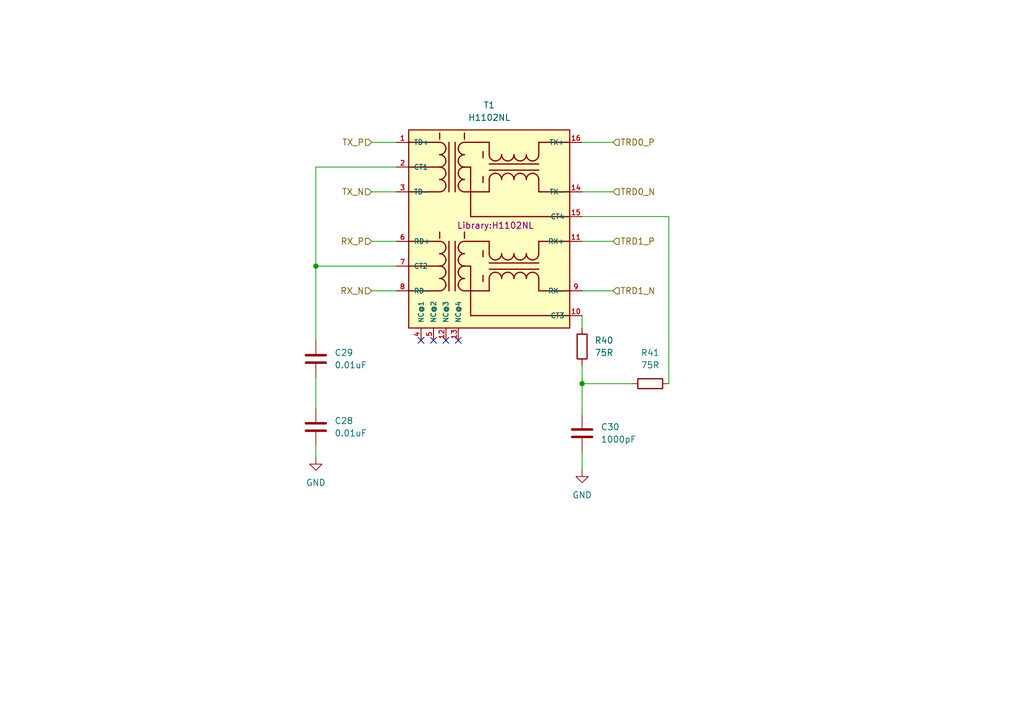
<source format=kicad_sch>
(kicad_sch (version 20231120) (generator "eeschema") (generator_version "8.0")
  (paper "A5")
  (lib_symbols
    (symbol "Device:C" (pin_numbers hide) (pin_names (offset 0.254))
      (property "Reference" "C" (at 0.635 2.54 0))
      (property "Value" "C" (at 0.635 -2.54 0))
      (symbol "C_0_1"
        (polyline (pts (xy -2.032 -0.762) (xy 2.032 -0.762)) (stroke (width 0.508)))
        (polyline (pts (xy -2.032 0.762) (xy 2.032 0.762)) (stroke (width 0.508)))
      )
      (symbol "C_1_1"
        (pin passive line (at 0 3.81 270) (length 2.794) (name "~") (number "1"))
        (pin passive line (at 0 -3.81 90) (length 2.794) (name "~") (number "2"))
      )
    )
    (symbol "Device:R" (pin_numbers hide) (pin_names (offset 0))
      (property "Reference" "R" (at 2.032 0 90))
      (property "Value" "R" (at 0 0 90))
      (symbol "R_0_1"
        (rectangle (start -1.016 -2.54) (end 1.016 2.54) (stroke (width 0.254)))
      )
      (symbol "R_1_1"
        (pin passive line (at 0 3.81 270) (length 1.27) (name "~") (number "1"))
        (pin passive line (at 0 -3.81 90) (length 1.27) (name "~") (number "2"))
      )
    )
    (symbol "H1102NL:H1102NL" (pin_names (offset 1.016))
      (property "Reference" "T" (at -17.78 20.32 0))
      (property "Value" "H1102NL" (at -2.54 -22.86 0))
      (symbol "H1102NL_0_0"
        (rectangle (start -17.78 -20.32) (end 15.24 20.32) (stroke (width 0.254)) (fill (type background)))
        (arc (start -11.43 -12.7) (mid -10.532 -12.328) (end -10.16 -11.43) (stroke (width 0.254)))
        (arc (start -11.43 -10.16) (mid -10.532 -9.788) (end -10.16 -8.89) (stroke (width 0.254)))
        (arc (start -11.43 -7.62) (mid -10.532 -7.248) (end -10.16 -6.35) (stroke (width 0.254)))
        (arc (start -11.43 -5.08) (mid -10.532 -4.708) (end -10.16 -3.81) (stroke (width 0.254)))
        (arc (start -11.43 7.62) (mid -10.532 7.992) (end -10.16 8.89) (stroke (width 0.254)))
        (arc (start -11.43 10.16) (mid -10.532 10.532) (end -10.16 11.43) (stroke (width 0.254)))
        (arc (start -11.43 12.7) (mid -10.532 13.072) (end -10.16 13.97) (stroke (width 0.254)))
        (arc (start -11.43 15.24) (mid -10.532 15.612) (end -10.16 16.51) (stroke (width 0.254)))
        (arc (start -10.16 -11.43) (mid -10.532 -10.532) (end -11.43 -10.16) (stroke (width 0.254)))
        (arc (start -10.16 -8.89) (mid -10.532 -7.992) (end -11.43 -7.62) (stroke (width 0.254)))
        (arc (start -10.16 -6.35) (mid -10.532 -5.452) (end -11.43 -5.08) (stroke (width 0.254)))
        (arc (start -10.16 -3.81) (mid -10.532 -2.912) (end -11.43 -2.54) (stroke (width 0.254)))
        (arc (start -10.16 8.89) (mid -10.532 9.788) (end -11.43 10.16) (stroke (width 0.254)))
        (arc (start -10.16 11.43) (mid -10.532 12.328) (end -11.43 12.7) (stroke (width 0.254)))
        (arc (start -10.16 13.97) (mid -10.532 14.868) (end -11.43 15.24) (stroke (width 0.254)))
        (arc (start -10.16 16.51) (mid -10.532 17.408) (end -11.43 17.78) (stroke (width 0.254)))
        (arc (start -7.62 -11.43) (mid -7.248 -12.328) (end -6.35 -12.7) (stroke (width 0.254)))
        (arc (start -7.62 -8.89) (mid -7.248 -9.788) (end -6.35 -10.16) (stroke (width 0.254)))
        (arc (start -7.62 -6.35) (mid -7.248 -7.248) (end -6.35 -7.62) (stroke (width 0.254)))
        (arc (start -7.62 -3.81) (mid -7.248 -4.708) (end -6.35 -5.08) (stroke (width 0.254)))
        (arc (start -7.62 8.89) (mid -7.248 7.992) (end -6.35 7.62) (stroke (width 0.254)))
        (arc (start -7.62 11.43) (mid -7.248 10.532) (end -6.35 10.16) (stroke (width 0.254)))
        (arc (start -7.62 13.97) (mid -7.248 13.072) (end -6.35 12.7) (stroke (width 0.254)))
        (arc (start -7.62 16.51) (mid -7.248 15.612) (end -6.35 15.24) (stroke (width 0.254)))
        (arc (start -6.35 -10.16) (mid -7.248 -10.532) (end -7.62 -11.43) (stroke (width 0.254)))
        (arc (start -6.35 -7.62) (mid -7.248 -7.992) (end -7.62 -8.89) (stroke (width 0.254)))
        (arc (start -6.35 -5.08) (mid -7.248 -5.452) (end -7.62 -6.35) (stroke (width 0.254)))
        (arc (start -6.35 -2.54) (mid -7.248 -2.912) (end -7.62 -3.81) (stroke (width 0.254)))
        (arc (start -6.35 10.16) (mid -7.248 9.788) (end -7.62 8.89) (stroke (width 0.254)))
        (arc (start -6.35 12.7) (mid -7.248 12.328) (end -7.62 11.43) (stroke (width 0.254)))
        (arc (start -6.35 15.24) (mid -7.248 14.868) (end -7.62 13.97) (stroke (width 0.254)))
        (arc (start -6.35 17.78) (mid -7.248 17.408) (end -7.62 16.51) (stroke (width 0.254)))
        (arc (start -1.27 -5.08) (mid -0.898 -5.978) (end 0 -6.35) (stroke (width 0.254)))
        (arc (start -1.27 15.24) (mid -0.898 14.342) (end 0 13.97) (stroke (width 0.254)))
        (arc (start 0 -8.89) (mid -0.898 -9.262) (end -1.27 -10.16) (stroke (width 0.254)))
        (arc (start 0 -6.35) (mid 0.898 -5.978) (end 1.27 -5.08) (stroke (width 0.254)))
        (polyline (pts (xy -17.78 -2.54) (xy -11.43 -2.54)) (stroke (width 0.254)))
        (polyline (pts (xy -17.78 17.78) (xy -11.43 17.78)) (stroke (width 0.254)))
        (polyline (pts (xy -11.43 -12.7) (xy -17.78 -12.7)) (stroke (width 0.254)))
        (polyline (pts (xy -11.43 -7.62) (xy -17.78 -7.62)) (stroke (width 0.254)))
        (polyline (pts (xy -11.43 7.62) (xy -17.78 7.62)) (stroke (width 0.254)))
        (polyline (pts (xy -11.43 12.7) (xy -17.78 12.7)) (stroke (width 0.254)))
        (polyline (pts (xy -9.525 -2.54) (xy -9.525 -12.7)) (stroke (width 0.254)))
        (polyline (pts (xy -9.525 17.78) (xy -9.525 7.62)) (stroke (width 0.254)))
        (polyline (pts (xy -8.255 -2.54) (xy -8.255 -12.7)) (stroke (width 0.254)))
        (polyline (pts (xy -8.255 17.78) (xy -8.255 7.62)) (stroke (width 0.254)))
        (polyline (pts (xy -6.35 -7.62) (xy -5.08 -7.62)) (stroke (width 0.254)))
        (polyline (pts (xy -6.35 -2.54) (xy -1.27 -2.54)) (stroke (width 0.254)))
        (polyline (pts (xy -6.35 12.7) (xy -5.08 12.7)) (stroke (width 0.254)))
        (polyline (pts (xy -6.35 17.78) (xy -1.27 17.78)) (stroke (width 0.254)))
        (polyline (pts (xy -5.08 -17.78) (xy 15.24 -17.78)) (stroke (width 0.254)))
        (polyline (pts (xy -5.08 -7.62) (xy -5.08 -17.78)) (stroke (width 0.254)))
        (polyline (pts (xy -5.08 2.54) (xy 15.24 2.54)) (stroke (width 0.254)))
        (polyline (pts (xy -5.08 12.7) (xy -5.08 2.54)) (stroke (width 0.254)))
        (polyline (pts (xy -1.27 -12.7) (xy -6.35 -12.7)) (stroke (width 0.254)))
        (polyline (pts (xy -1.27 -12.7) (xy -1.27 -10.16)) (stroke (width 0.254)))
        (polyline (pts (xy -1.27 -8.255) (xy 8.89 -8.255)) (stroke (width 0.254)))
        (polyline (pts (xy -1.27 -6.985) (xy 8.89 -6.985)) (stroke (width 0.254)))
        (polyline (pts (xy -1.27 -2.54) (xy -1.27 -5.08)) (stroke (width 0.254)))
        (polyline (pts (xy -1.27 7.62) (xy -6.35 7.62)) (stroke (width 0.254)))
        (polyline (pts (xy -1.27 7.62) (xy -1.27 10.16)) (stroke (width 0.254)))
        (polyline (pts (xy -1.27 12.065) (xy 8.89 12.065)) (stroke (width 0.254)))
        (polyline (pts (xy -1.27 13.335) (xy 8.89 13.335)) (stroke (width 0.254)))
        (polyline (pts (xy -1.27 17.78) (xy -1.27 15.24)) (stroke (width 0.254)))
        (polyline (pts (xy 8.89 -12.7) (xy 15.24 -12.7)) (stroke (width 0.254)))
        (polyline (pts (xy 8.89 -10.16) (xy 8.89 -12.7)) (stroke (width 0.254)))
        (polyline (pts (xy 8.89 -5.08) (xy 8.89 -2.54)) (stroke (width 0.254)))
        (polyline (pts (xy 8.89 -2.54) (xy 15.24 -2.54)) (stroke (width 0.254)))
        (polyline (pts (xy 8.89 7.62) (xy 15.24 7.62)) (stroke (width 0.254)))
        (polyline (pts (xy 8.89 10.16) (xy 8.89 7.62)) (stroke (width 0.254)))
        (polyline (pts (xy 8.89 15.24) (xy 8.89 17.78)) (stroke (width 0.254)))
        (polyline (pts (xy 8.89 17.78) (xy 15.24 17.78)) (stroke (width 0.254)))
        (polyline (pts (xy -11.43 -0.635) (xy -11.43 -1.905) (xy -11.43 -0.635)) (stroke (width 0.254)) (fill (type outline)))
        (polyline (pts (xy -11.43 19.685) (xy -11.43 18.415) (xy -11.43 19.685)) (stroke (width 0.254)) (fill (type outline)))
        (polyline (pts (xy -6.35 -0.635) (xy -6.35 -1.905) (xy -6.35 -0.635)) (stroke (width 0.254)) (fill (type outline)))
        (polyline (pts (xy -6.35 19.685) (xy -6.35 18.415) (xy -6.35 19.685)) (stroke (width 0.254)) (fill (type outline)))
        (polyline (pts (xy -2.54 -9.525) (xy -2.54 -10.795) (xy -2.54 -9.525)) (stroke (width 0.254)) (fill (type outline)))
        (polyline (pts (xy -2.54 -4.445) (xy -2.54 -5.715) (xy -2.54 -4.445)) (stroke (width 0.254)) (fill (type outline)))
        (polyline (pts (xy -2.54 10.795) (xy -2.54 9.525) (xy -2.54 10.795)) (stroke (width 0.254)) (fill (type outline)))
        (polyline (pts (xy -2.54 15.875) (xy -2.54 14.605) (xy -2.54 15.875)) (stroke (width 0.254)) (fill (type outline)))
        (arc (start 0 11.43) (mid -0.898 11.058) (end -1.27 10.16) (stroke (width 0.254)))
        (arc (start 0 13.97) (mid 0.898 14.342) (end 1.27 15.24) (stroke (width 0.254)))
        (arc (start 1.27 -10.16) (mid 0.898 -9.262) (end 0 -8.89) (stroke (width 0.254)))
        (arc (start 1.27 -5.08) (mid 1.642 -5.978) (end 2.54 -6.35) (stroke (width 0.254)))
        (arc (start 1.27 10.16) (mid 0.898 11.058) (end 0 11.43) (stroke (width 0.254)))
        (arc (start 1.27 15.24) (mid 1.642 14.342) (end 2.54 13.97) (stroke (width 0.254)))
        (arc (start 2.54 -8.89) (mid 1.642 -9.262) (end 1.27 -10.16) (stroke (width 0.254)))
        (arc (start 2.54 -6.35) (mid 3.438 -5.978) (end 3.81 -5.08) (stroke (width 0.254)))
        (arc (start 2.54 11.43) (mid 1.642 11.058) (end 1.27 10.16) (stroke (width 0.254)))
        (arc (start 2.54 13.97) (mid 3.438 14.342) (end 3.81 15.24) (stroke (width 0.254)))
        (arc (start 3.81 -10.16) (mid 3.438 -9.262) (end 2.54 -8.89) (stroke (width 0.254)))
        (arc (start 3.81 -5.08) (mid 4.182 -5.978) (end 5.08 -6.35) (stroke (width 0.254)))
        (arc (start 3.81 10.16) (mid 3.438 11.058) (end 2.54 11.43) (stroke (width 0.254)))
        (arc (start 3.81 15.24) (mid 4.182 14.342) (end 5.08 13.97) (stroke (width 0.254)))
        (arc (start 5.08 -8.89) (mid 4.182 -9.262) (end 3.81 -10.16) (stroke (width 0.254)))
        (arc (start 5.08 -6.35) (mid 5.978 -5.978) (end 6.35 -5.08) (stroke (width 0.254)))
        (arc (start 5.08 11.43) (mid 4.182 11.058) (end 3.81 10.16) (stroke (width 0.254)))
        (arc (start 5.08 13.97) (mid 5.978 14.342) (end 6.35 15.24) (stroke (width 0.254)))
        (arc (start 6.35 -10.16) (mid 5.978 -9.262) (end 5.08 -8.89) (stroke (width 0.254)))
        (arc (start 6.35 -5.08) (mid 6.722 -5.978) (end 7.62 -6.35) (stroke (width 0.254)))
        (arc (start 6.35 10.16) (mid 5.978 11.058) (end 5.08 11.43) (stroke (width 0.254)))
        (arc (start 6.35 15.24) (mid 6.722 14.342) (end 7.62 13.97) (stroke (width 0.254)))
        (arc (start 7.62 -8.89) (mid 6.722 -9.262) (end 6.35 -10.16) (stroke (width 0.254)))
        (arc (start 7.62 -6.35) (mid 8.518 -5.978) (end 8.89 -5.08) (stroke (width 0.254)))
        (arc (start 7.62 11.43) (mid 6.722 11.058) (end 6.35 10.16) (stroke (width 0.254)))
        (arc (start 7.62 13.97) (mid 8.518 14.342) (end 8.89 15.24) (stroke (width 0.254)))
        (arc (start 8.89 -10.16) (mid 8.518 -9.262) (end 7.62 -8.89) (stroke (width 0.254)))
        (arc (start 8.89 10.16) (mid 8.518 11.058) (end 7.62 11.43) (stroke (width 0.254)))
        (pin passive line (at -20.32 17.78 0) (length 2.54) (name "TD+") (number "1"))
        (pin passive line (at 17.78 -17.78 180) (length 2.54) (name "CT3") (number "10"))
        (pin passive line (at 17.78 -2.54 180) (length 2.54) (name "RX+") (number "11"))
        (pin passive line (at -10.16 -22.86 90) (length 2.54) (name "NC@3") (number "12"))
        (pin passive line (at -7.62 -22.86 90) (length 2.54) (name "NC@4") (number "13"))
        (pin passive line (at 17.78 7.62 180) (length 2.54) (name "TX-") (number "14"))
        (pin passive line (at 17.78 2.54 180) (length 2.54) (name "CT4") (number "15"))
        (pin passive line (at 17.78 17.78 180) (length 2.54) (name "TX+") (number "16"))
        (pin passive line (at -20.32 12.7 0) (length 2.54) (name "CT1") (number "2"))
        (pin passive line (at -20.32 7.62 0) (length 2.54) (name "TD-") (number "3"))
        (pin passive line (at -15.24 -22.86 90) (length 2.54) (name "NC@1") (number "4"))
        (pin passive line (at -12.7 -22.86 90) (length 2.54) (name "NC@2") (number "5"))
        (pin passive line (at -20.32 -2.54 0) (length 2.54) (name "RD+") (number "6"))
        (pin passive line (at -20.32 -7.62 0) (length 2.54) (name "CT2") (number "7"))
        (pin passive line (at -20.32 -12.7 0) (length 2.54) (name "RD-") (number "8"))
        (pin passive line (at 17.78 -12.7 180) (length 2.54) (name "RX-") (number "9"))
      )
    )
    (symbol "power:GND" (power) (pin_names (offset 0))
      (property "Value" "GND" (at 0 -3.81 0))
      (symbol "GND_0_1"
        (polyline (pts (xy 0 0) (xy 0 -1.27) (xy 1.27 -1.27) (xy 0 -2.54) (xy -1.27 -1.27) (xy 0 -1.27)))
      )
      (symbol "GND_1_1"
        (pin power_in line (at 0 0 270) (length 0) hide (name "GND") (number "1"))
      )
    )
  )
  (junction (at 119.38 78.74))
  (junction (at 64.77 54.61))
  (no_connect (at 91.44 69.85))
  (no_connect (at 88.9 69.85))
  (no_connect (at 93.98 69.85))
  (no_connect (at 86.36 69.85))
  (wire (pts (xy 64.77 54.61) (xy 64.77 69.85)))
  (wire (pts (xy 119.38 78.74) (xy 119.38 85.09)))
  (wire (pts (xy 81.28 34.29) (xy 64.77 34.29)))
  (wire (pts (xy 64.77 34.29) (xy 64.77 54.61)))
  (wire (pts (xy 119.38 74.93) (xy 119.38 78.74)))
  (wire (pts (xy 64.77 77.47) (xy 64.77 83.82)))
  (wire (pts (xy 125.73 49.53) (xy 119.38 49.53)))
  (wire (pts (xy 64.77 91.44) (xy 64.77 93.98)))
  (wire (pts (xy 76.2 59.69) (xy 81.28 59.69)))
  (wire (pts (xy 125.73 59.69) (xy 119.38 59.69)))
  (wire (pts (xy 119.38 92.71) (xy 119.38 96.52)))
  (wire (pts (xy 76.2 29.21) (xy 81.28 29.21)))
  (wire (pts (xy 137.16 44.45) (xy 137.16 78.74)))
  (wire (pts (xy 76.2 39.37) (xy 81.28 39.37)))
  (wire (pts (xy 119.38 78.74) (xy 129.54 78.74)))
  (wire (pts (xy 119.38 64.77) (xy 119.38 67.31)))
  (wire (pts (xy 76.2 49.53) (xy 81.28 49.53)))
  (wire (pts (xy 125.73 39.37) (xy 119.38 39.37)))
  (wire (pts (xy 119.38 44.45) (xy 137.16 44.45)))
  (wire (pts (xy 64.77 54.61) (xy 81.28 54.61)))
  (wire (pts (xy 125.73 29.21) (xy 119.38 29.21)))
  (hierarchical_label "RX_N" (shape input) (at 76.2 59.69 180))
  (hierarchical_label "TRD1_P" (shape input) (at 125.73 49.53 0))
  (hierarchical_label "TX_P" (shape input) (at 76.2 29.21 180))
  (hierarchical_label "TRD0_P" (shape input) (at 125.73 29.21 0))
  (hierarchical_label "RX_P" (shape input) (at 76.2 49.53 180))
  (hierarchical_label "TX_N" (shape input) (at 76.2 39.37 180))
  (hierarchical_label "TRD0_N" (shape input) (at 125.73 39.37 0))
  (hierarchical_label "TRD1_N" (shape input) (at 125.73 59.69 0))
  (symbol (lib_id "power:GND") (at 64.77 93.98 0) (unit 1)
    (property "Reference" "#PWR05" (effects (hide yes)))
    (property "Value" "GND" (at 64.77 99.06 0))
  )
  (symbol (lib_id "Device:C") (at 119.38 88.9 0) (unit 1)
    (property "Reference" "C30" (at 123.19 87.6299 0) (effects (justify left)))
    (property "Value" "1000pF" (at 123.19 90.1699 0) (effects (justify left)))
    (property "Footprint" "Capacitor_SMD:C_0603_1608Metric" (effects (hide yes)))
  )
  (symbol (lib_id "H1102NL:H1102NL") (at 101.6 46.99 0) (unit 1)
    (property "Reference" "T1" (at 100.33 21.59 0))
    (property "Value" "H1102NL" (at 100.33 24.13 0))
    (property "Footprint" "Library:H1102NL" (at 101.6 46.99 0) (effects (justify bottom)))
    (property "MPN" "H1102NL" (effects (hide yes)))
  )
  (symbol (lib_id "power:GND") (at 119.38 96.52 0) (unit 1)
    (property "Reference" "#PWR06" (effects (hide yes)))
    (property "Value" "GND" (at 119.38 101.6 0))
  )
  (symbol (lib_id "Device:C") (at 64.77 87.63 0) (unit 1)
    (property "Reference" "C28" (at 68.58 86.3599 0) (effects (justify left)))
    (property "Value" "0.01uF" (at 68.58 88.8999 0) (effects (justify left)))
    (property "Footprint" "Capacitor_SMD:C_0603_1608Metric" (effects (hide yes)))
  )
  (symbol (lib_id "Device:R") (at 119.38 71.12 180) (unit 1)
    (property "Reference" "R40" (at 121.92 69.8499 0) (effects (justify right)))
    (property "Value" "75R" (at 121.92 72.3899 0) (effects (justify right)))
    (property "Footprint" "Resistor_SMD:R_0603_1608Metric" (effects (hide yes)))
  )
  (symbol (lib_id "Device:C") (at 64.77 73.66 0) (unit 1)
    (property "Reference" "C29" (at 68.58 72.3899 0) (effects (justify left)))
    (property "Value" "0.01uF" (at 68.58 74.9299 0) (effects (justify left)))
    (property "Footprint" "Capacitor_SMD:C_0603_1608Metric" (effects (hide yes)))
  )
  (symbol (lib_id "Device:R") (at 133.35 78.74 90) (unit 1)
    (property "Reference" "R41" (at 133.35 72.39 90))
    (property "Value" "75R" (at 133.35 74.93 90))
    (property "Footprint" "Resistor_SMD:R_0603_1608Metric" (effects (hide yes)))
  )
)
</source>
